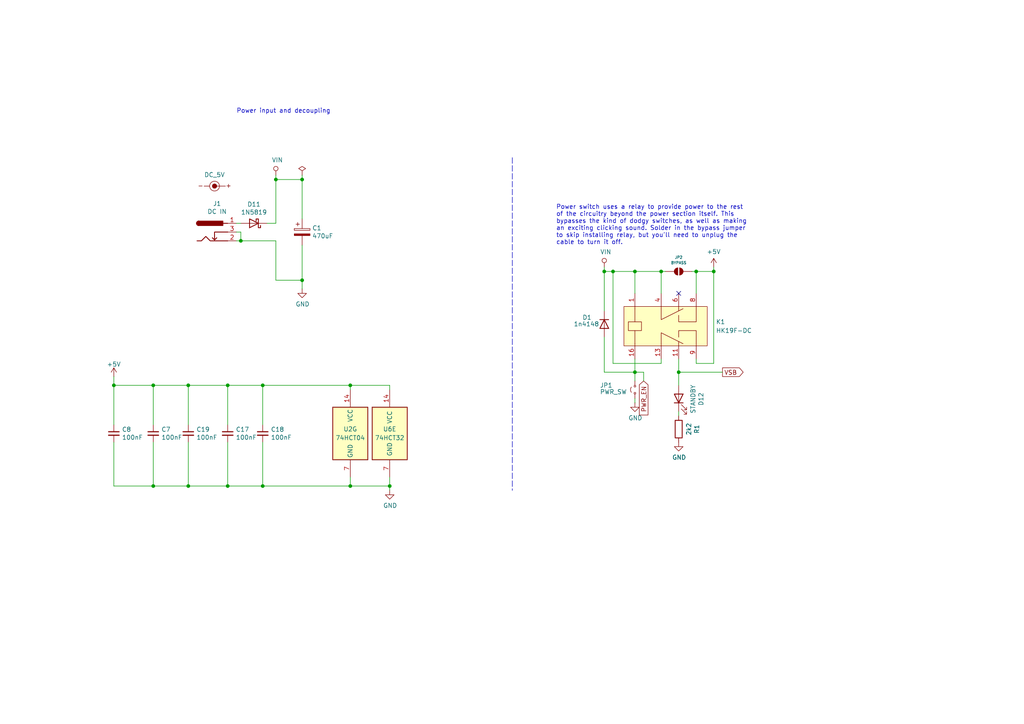
<source format=kicad_sch>
(kicad_sch (version 20231120) (generator "eeschema") (generator_version "8.0")
  (paper "A4")
  (title_block (title "BulkyModem-32 Module (Power)") (comment 4 "Gloriously overcomplicated, in all the wrong places. Because I like relays."))
  (lib_symbols
    (symbol "74xx:74HCT04"
      (property "Reference" "U" (at 0 1.27 0))
      (property "Value" "74HCT04" (at 0 -1.27 0))
      (symbol "74HCT04_1_0"
        (polyline (pts (xy -3.81 3.81) (xy -3.81 -3.81) (xy 3.81 0) (xy -3.81 3.81)) (stroke (width 0.254)) (fill (type background)))
        (pin input line (at -7.62 0 0) (length 3.81) (name "~") (number "1"))
        (pin output inverted (at 7.62 0 180) (length 3.81) (name "~") (number "2"))
      )
      (symbol "74HCT04_2_0"
        (polyline (pts (xy -3.81 3.81) (xy -3.81 -3.81) (xy 3.81 0) (xy -3.81 3.81)) (stroke (width 0.254)) (fill (type background)))
        (pin input line (at -7.62 0 0) (length 3.81) (name "~") (number "3"))
        (pin output inverted (at 7.62 0 180) (length 3.81) (name "~") (number "4"))
      )
      (symbol "74HCT04_3_0"
        (polyline (pts (xy -3.81 3.81) (xy -3.81 -3.81) (xy 3.81 0) (xy -3.81 3.81)) (stroke (width 0.254)) (fill (type background)))
        (pin input line (at -7.62 0 0) (length 3.81) (name "~") (number "5"))
        (pin output inverted (at 7.62 0 180) (length 3.81) (name "~") (number "6"))
      )
      (symbol "74HCT04_4_0"
        (polyline (pts (xy -3.81 3.81) (xy -3.81 -3.81) (xy 3.81 0) (xy -3.81 3.81)) (stroke (width 0.254)) (fill (type background)))
        (pin output inverted (at 7.62 0 180) (length 3.81) (name "~") (number "8"))
        (pin input line (at -7.62 0 0) (length 3.81) (name "~") (number "9"))
      )
      (symbol "74HCT04_5_0"
        (polyline (pts (xy -3.81 3.81) (xy -3.81 -3.81) (xy 3.81 0) (xy -3.81 3.81)) (stroke (width 0.254)) (fill (type background)))
        (pin output inverted (at 7.62 0 180) (length 3.81) (name "~") (number "10"))
        (pin input line (at -7.62 0 0) (length 3.81) (name "~") (number "11"))
      )
      (symbol "74HCT04_6_0"
        (polyline (pts (xy -3.81 3.81) (xy -3.81 -3.81) (xy 3.81 0) (xy -3.81 3.81)) (stroke (width 0.254)) (fill (type background)))
        (pin output inverted (at 7.62 0 180) (length 3.81) (name "~") (number "12"))
        (pin input line (at -7.62 0 0) (length 3.81) (name "~") (number "13"))
      )
      (symbol "74HCT04_7_0"
        (pin power_in line (at 0 12.7 270) (length 5.08) (name "VCC") (number "14"))
        (pin power_in line (at 0 -12.7 90) (length 5.08) (name "GND") (number "7"))
      )
      (symbol "74HCT04_7_1"
        (rectangle (start -5.08 7.62) (end 5.08 -7.62) (stroke (width 0.254)) (fill (type background)))
      )
    )
    (symbol "74xx:74LS32" (pin_names (offset 1.016))
      (property "Reference" "U" (at 0 1.27 0))
      (property "Value" "74LS32" (at 0 -1.27 0))
      (symbol "74LS32_1_1"
        (arc (start -3.81 -3.81) (mid -2.589 0) (end -3.81 3.81) (stroke (width 0.254)))
        (arc (start -0.6096 -3.81) (mid 2.1842 -2.5851) (end 3.81 0) (stroke (width 0.254)) (fill (type background)))
        (polyline (pts (xy -3.81 -3.81) (xy -0.635 -3.81)) (stroke (width 0.254)) (fill (type background)))
        (polyline (pts (xy -3.81 3.81) (xy -0.635 3.81)) (stroke (width 0.254)) (fill (type background)))
        (polyline (pts (xy -0.635 3.81) (xy -3.81 3.81) (xy -3.81 3.81) (xy -3.556 3.4036) (xy -3.0226 2.2606) (xy -2.6924 1.0414) (xy -2.6162 -0.254) (xy -2.7686 -1.4986) (xy -3.175 -2.7178) (xy -3.81 -3.81) (xy -3.81 -3.81) (xy -0.635 -3.81)) (stroke (width -25.4)) (fill (type background)))
        (arc (start 3.81 0) (mid 2.1915 2.5936) (end -0.6096 3.81) (stroke (width 0.254)) (fill (type background)))
        (pin input line (at -7.62 2.54 0) (length 4.318) (name "~") (number "1"))
        (pin input line (at -7.62 -2.54 0) (length 4.318) (name "~") (number "2"))
        (pin output line (at 7.62 0 180) (length 3.81) (name "~") (number "3"))
      )
      (symbol "74LS32_1_2"
        (arc (start 0 -3.81) (mid 3.7934 0) (end 0 3.81) (stroke (width 0.254)) (fill (type background)))
        (polyline (pts (xy 0 3.81) (xy -3.81 3.81) (xy -3.81 -3.81) (xy 0 -3.81)) (stroke (width 0.254)) (fill (type background)))
        (pin input inverted (at -7.62 2.54 0) (length 3.81) (name "~") (number "1"))
        (pin input inverted (at -7.62 -2.54 0) (length 3.81) (name "~") (number "2"))
        (pin output inverted (at 7.62 0 180) (length 3.81) (name "~") (number "3"))
      )
      (symbol "74LS32_2_1"
        (arc (start -3.81 -3.81) (mid -2.589 0) (end -3.81 3.81) (stroke (width 0.254)))
        (arc (start -0.6096 -3.81) (mid 2.1842 -2.5851) (end 3.81 0) (stroke (width 0.254)) (fill (type background)))
        (polyline (pts (xy -3.81 -3.81) (xy -0.635 -3.81)) (stroke (width 0.254)) (fill (type background)))
        (polyline (pts (xy -3.81 3.81) (xy -0.635 3.81)) (stroke (width 0.254)) (fill (type background)))
        (polyline (pts (xy -0.635 3.81) (xy -3.81 3.81) (xy -3.81 3.81) (xy -3.556 3.4036) (xy -3.0226 2.2606) (xy -2.6924 1.0414) (xy -2.6162 -0.254) (xy -2.7686 -1.4986) (xy -3.175 -2.7178) (xy -3.81 -3.81) (xy -3.81 -3.81) (xy -0.635 -3.81)) (stroke (width -25.4)) (fill (type background)))
        (arc (start 3.81 0) (mid 2.1915 2.5936) (end -0.6096 3.81) (stroke (width 0.254)) (fill (type background)))
        (pin input line (at -7.62 2.54 0) (length 4.318) (name "~") (number "4"))
        (pin input line (at -7.62 -2.54 0) (length 4.318) (name "~") (number "5"))
        (pin output line (at 7.62 0 180) (length 3.81) (name "~") (number "6"))
      )
      (symbol "74LS32_2_2"
        (arc (start 0 -3.81) (mid 3.7934 0) (end 0 3.81) (stroke (width 0.254)) (fill (type background)))
        (polyline (pts (xy 0 3.81) (xy -3.81 3.81) (xy -3.81 -3.81) (xy 0 -3.81)) (stroke (width 0.254)) (fill (type background)))
        (pin input inverted (at -7.62 2.54 0) (length 3.81) (name "~") (number "4"))
        (pin input inverted (at -7.62 -2.54 0) (length 3.81) (name "~") (number "5"))
        (pin output inverted (at 7.62 0 180) (length 3.81) (name "~") (number "6"))
      )
      (symbol "74LS32_3_1"
        (arc (start -3.81 -3.81) (mid -2.589 0) (end -3.81 3.81) (stroke (width 0.254)))
        (arc (start -0.6096 -3.81) (mid 2.1842 -2.5851) (end 3.81 0) (stroke (width 0.254)) (fill (type background)))
        (polyline (pts (xy -3.81 -3.81) (xy -0.635 -3.81)) (stroke (width 0.254)) (fill (type background)))
        (polyline (pts (xy -3.81 3.81) (xy -0.635 3.81)) (stroke (width 0.254)) (fill (type background)))
        (polyline (pts (xy -0.635 3.81) (xy -3.81 3.81) (xy -3.81 3.81) (xy -3.556 3.4036) (xy -3.0226 2.2606) (xy -2.6924 1.0414) (xy -2.6162 -0.254) (xy -2.7686 -1.4986) (xy -3.175 -2.7178) (xy -3.81 -3.81) (xy -3.81 -3.81) (xy -0.635 -3.81)) (stroke (width -25.4)) (fill (type background)))
        (arc (start 3.81 0) (mid 2.1915 2.5936) (end -0.6096 3.81) (stroke (width 0.254)) (fill (type background)))
        (pin input line (at -7.62 -2.54 0) (length 4.318) (name "~") (number "10"))
        (pin output line (at 7.62 0 180) (length 3.81) (name "~") (number "8"))
        (pin input line (at -7.62 2.54 0) (length 4.318) (name "~") (number "9"))
      )
      (symbol "74LS32_3_2"
        (arc (start 0 -3.81) (mid 3.7934 0) (end 0 3.81) (stroke (width 0.254)) (fill (type background)))
        (polyline (pts (xy 0 3.81) (xy -3.81 3.81) (xy -3.81 -3.81) (xy 0 -3.81)) (stroke (width 0.254)) (fill (type background)))
        (pin input inverted (at -7.62 -2.54 0) (length 3.81) (name "~") (number "10"))
        (pin output inverted (at 7.62 0 180) (length 3.81) (name "~") (number "8"))
        (pin input inverted (at -7.62 2.54 0) (length 3.81) (name "~") (number "9"))
      )
      (symbol "74LS32_4_1"
        (arc (start -3.81 -3.81) (mid -2.589 0) (end -3.81 3.81) (stroke (width 0.254)))
        (arc (start -0.6096 -3.81) (mid 2.1842 -2.5851) (end 3.81 0) (stroke (width 0.254)) (fill (type background)))
        (polyline (pts (xy -3.81 -3.81) (xy -0.635 -3.81)) (stroke (width 0.254)) (fill (type background)))
        (polyline (pts (xy -3.81 3.81) (xy -0.635 3.81)) (stroke (width 0.254)) (fill (type background)))
        (polyline (pts (xy -0.635 3.81) (xy -3.81 3.81) (xy -3.81 3.81) (xy -3.556 3.4036) (xy -3.0226 2.2606) (xy -2.6924 1.0414) (xy -2.6162 -0.254) (xy -2.7686 -1.4986) (xy -3.175 -2.7178) (xy -3.81 -3.81) (xy -3.81 -3.81) (xy -0.635 -3.81)) (stroke (width -25.4)) (fill (type background)))
        (arc (start 3.81 0) (mid 2.1915 2.5936) (end -0.6096 3.81) (stroke (width 0.254)) (fill (type background)))
        (pin output line (at 7.62 0 180) (length 3.81) (name "~") (number "11"))
        (pin input line (at -7.62 2.54 0) (length 4.318) (name "~") (number "12"))
        (pin input line (at -7.62 -2.54 0) (length 4.318) (name "~") (number "13"))
      )
      (symbol "74LS32_4_2"
        (arc (start 0 -3.81) (mid 3.7934 0) (end 0 3.81) (stroke (width 0.254)) (fill (type background)))
        (polyline (pts (xy 0 3.81) (xy -3.81 3.81) (xy -3.81 -3.81) (xy 0 -3.81)) (stroke (width 0.254)) (fill (type background)))
        (pin output inverted (at 7.62 0 180) (length 3.81) (name "~") (number "11"))
        (pin input inverted (at -7.62 2.54 0) (length 3.81) (name "~") (number "12"))
        (pin input inverted (at -7.62 -2.54 0) (length 3.81) (name "~") (number "13"))
      )
      (symbol "74LS32_5_0"
        (pin power_in line (at 0 12.7 270) (length 5.08) (name "VCC") (number "14"))
        (pin power_in line (at 0 -12.7 90) (length 5.08) (name "GND") (number "7"))
      )
      (symbol "74LS32_5_1"
        (rectangle (start -5.08 7.62) (end 5.08 -7.62) (stroke (width 0.254)) (fill (type background)))
      )
    )
    (symbol "BulkyModem:DC_5V" (pin_names (offset 1.016))
      (property "Reference" "SYM" (at 0 4.445 0))
      (property "Value" "DC_5V" (at 0 2.54 0))
      (symbol "DC_5V_0_0"
        (text "+" (at 4.064 0.1524 0) (effects (font (size 1.27 1.27))))
      )
      (symbol "DC_5V_0_1"
        (circle (center 0 0) (radius 0.635) (fill (type outline)))
        (circle (center 0 0) (radius 1.4224))
        (rectangle (start 0.635 0) (end 3.175 0))
      )
      (symbol "DC_5V_1_1"
        (polyline (pts (xy -1.4224 0) (xy -3.048 0)))
        (text "-" (at -4.064 0.127 0) (effects (font (size 1.27 1.27))))
      )
    )
    (symbol "Device:C_Polarized" (pin_numbers hide) (pin_names (offset 0.254))
      (property "Reference" "C" (at 0.635 2.54 0))
      (property "Value" "C_Polarized" (at 0.635 -2.54 0))
      (symbol "C_Polarized_0_1"
        (rectangle (start -2.286 0.508) (end 2.286 1.016))
        (polyline (pts (xy -1.778 2.286) (xy -0.762 2.286)))
        (polyline (pts (xy -1.27 2.794) (xy -1.27 1.778)))
        (rectangle (start 2.286 -0.508) (end -2.286 -1.016) (fill (type outline)))
      )
      (symbol "C_Polarized_1_1"
        (pin passive line (at 0 3.81 270) (length 2.794) (name "~") (number "1"))
        (pin passive line (at 0 -3.81 90) (length 2.794) (name "~") (number "2"))
      )
    )
    (symbol "Device:C_Small" (pin_numbers hide) (pin_names (offset 0.254) hide)
      (property "Reference" "C" (at 0.254 1.778 0))
      (property "Value" "C_Small" (at 0.254 -2.032 0))
      (symbol "C_Small_0_1"
        (polyline (pts (xy -1.524 -0.508) (xy 1.524 -0.508)) (stroke (width 0.3302)))
        (polyline (pts (xy -1.524 0.508) (xy 1.524 0.508)) (stroke (width 0.3048)))
      )
      (symbol "C_Small_1_1"
        (pin passive line (at 0 2.54 270) (length 2.032) (name "~") (number "1"))
        (pin passive line (at 0 -2.54 90) (length 2.032) (name "~") (number "2"))
      )
    )
    (symbol "Device:D" (pin_numbers hide) (pin_names (offset 1.016) hide)
      (property "Reference" "D" (at 0 2.54 0))
      (property "Value" "D" (at 0 -2.54 0))
      (symbol "D_0_1"
        (polyline (pts (xy -1.27 1.27) (xy -1.27 -1.27)) (stroke (width 0.254)))
        (polyline (pts (xy 1.27 0) (xy -1.27 0)))
        (polyline (pts (xy 1.27 1.27) (xy 1.27 -1.27) (xy -1.27 0) (xy 1.27 1.27)) (stroke (width 0.254)))
      )
      (symbol "D_1_1"
        (pin passive line (at -3.81 0 0) (length 2.54) (name "K") (number "1"))
        (pin passive line (at 3.81 0 180) (length 2.54) (name "A") (number "2"))
      )
    )
    (symbol "Device:LED" (pin_numbers hide) (pin_names (offset 1.016) hide)
      (property "Reference" "D" (at 0 2.54 0))
      (property "Value" "LED" (at 0 -2.54 0))
      (symbol "LED_0_1"
        (polyline (pts (xy -1.27 -1.27) (xy -1.27 1.27)) (stroke (width 0.254)))
        (polyline (pts (xy -1.27 0) (xy 1.27 0)))
        (polyline (pts (xy 1.27 -1.27) (xy 1.27 1.27) (xy -1.27 0) (xy 1.27 -1.27)) (stroke (width 0.254)))
        (polyline (pts (xy -3.048 -0.762) (xy -4.572 -2.286) (xy -3.81 -2.286) (xy -4.572 -2.286) (xy -4.572 -1.524)))
        (polyline (pts (xy -1.778 -0.762) (xy -3.302 -2.286) (xy -2.54 -2.286) (xy -3.302 -2.286) (xy -3.302 -1.524)))
      )
      (symbol "LED_1_1"
        (pin passive line (at -3.81 0 0) (length 2.54) (name "K") (number "1"))
        (pin passive line (at 3.81 0 180) (length 2.54) (name "A") (number "2"))
      )
    )
    (symbol "Device:R" (pin_numbers hide) (pin_names (offset 0))
      (property "Reference" "R" (at 2.032 0 90))
      (property "Value" "R" (at 0 0 90))
      (symbol "R_0_1"
        (rectangle (start -1.016 -2.54) (end 1.016 2.54) (stroke (width 0.254)))
      )
      (symbol "R_1_1"
        (pin passive line (at 0 3.81 270) (length 1.27) (name "~") (number "1"))
        (pin passive line (at 0 -3.81 90) (length 1.27) (name "~") (number "2"))
      )
    )
    (symbol "Diode:1N5819" (pin_numbers hide) (pin_names (offset 1.016) hide)
      (property "Reference" "D" (at 0 2.54 0))
      (property "Value" "1N5819" (at 0 -2.54 0))
      (symbol "1N5819_0_1"
        (polyline (pts (xy 1.27 0) (xy -1.27 0)))
        (polyline (pts (xy 1.27 1.27) (xy 1.27 -1.27) (xy -1.27 0) (xy 1.27 1.27)) (stroke (width 0.254)))
        (polyline (pts (xy -1.905 0.635) (xy -1.905 1.27) (xy -1.27 1.27) (xy -1.27 -1.27) (xy -0.635 -1.27) (xy -0.635 -0.635)) (stroke (width 0.254)))
      )
      (symbol "1N5819_1_1"
        (pin passive line (at -3.81 0 0) (length 2.54) (name "K") (number "1"))
        (pin passive line (at 3.81 0 180) (length 2.54) (name "A") (number "2"))
      )
    )
    (symbol "Jumper:Jumper_2_Small_Open" (pin_numbers hide) (pin_names (offset 0) hide) (exclude_from_sim yes)
      (property "Reference" "JP" (at 0 2.794 0))
      (property "Value" "Jumper_2_Small_Open" (at 0 -2.286 0))
      (symbol "Jumper_2_Small_Open_0_0"
        (circle (center -1.016 0) (radius 0.254))
        (circle (center 1.016 0) (radius 0.254))
      )
      (symbol "Jumper_2_Small_Open_0_1"
        (arc (start 0.762 1.0196) (mid 0 1.2729) (end -0.762 1.0196))
      )
      (symbol "Jumper_2_Small_Open_1_1"
        (pin passive line (at -2.54 0 0) (length 1.27) (name "A") (number "1"))
        (pin passive line (at 2.54 0 180) (length 1.27) (name "B") (number "2"))
      )
    )
    (symbol "Jumper:SolderJumper_2_Open" (pin_numbers hide) (pin_names (offset 0) hide) (exclude_from_sim yes) (in_bom no)
      (property "Reference" "JP" (at 0 2.032 0))
      (property "Value" "SolderJumper_2_Open" (at 0 -2.54 0))
      (symbol "SolderJumper_2_Open_0_1"
        (arc (start -0.254 1.016) (mid -1.2656 0) (end -0.254 -1.016))
        (arc (start -0.254 1.016) (mid -1.2656 0) (end -0.254 -1.016) (fill (type outline)))
        (polyline (pts (xy -0.254 1.016) (xy -0.254 -1.016)))
        (polyline (pts (xy 0.254 1.016) (xy 0.254 -1.016)))
        (arc (start 0.254 -1.016) (mid 1.2656 0) (end 0.254 1.016))
        (arc (start 0.254 -1.016) (mid 1.2656 0) (end 0.254 1.016) (fill (type outline)))
      )
      (symbol "SolderJumper_2_Open_1_1"
        (pin passive line (at -3.81 0 0) (length 2.54) (name "A") (number "1"))
        (pin passive line (at 3.81 0 180) (length 2.54) (name "B") (number "2"))
      )
    )
    (symbol "barrel_jack:Jack-DC" (pin_names (offset 1.016))
      (property "Reference" "J" (at 0 5.334 0))
      (property "Value" "Jack-DC" (at 0 -4.445 0))
      (symbol "Jack-DC_0_1"
        (arc (start -3.302 3.175) (mid -3.937 2.54) (end -3.302 1.905) (stroke (width 0.254)))
        (arc (start -3.302 3.175) (mid -3.937 2.54) (end -3.302 1.905) (stroke (width 0.254)) (fill (type outline)))
        (polyline (pts (xy 1.27 -2.286) (xy 1.905 -1.651)) (stroke (width 0.254)))
        (polyline (pts (xy 5.08 2.54) (xy 3.81 2.54)) (stroke (width 0.254)))
        (polyline (pts (xy 5.08 0) (xy 1.27 0) (xy 1.27 -2.286) (xy 0.635 -1.651)) (stroke (width 0.254)))
        (polyline (pts (xy -3.81 -2.54) (xy -2.54 -2.54) (xy -1.27 -1.27) (xy 0 -2.54) (xy 2.54 -2.54) (xy 5.08 -2.54)) (stroke (width 0.254)))
        (rectangle (start 3.683 3.175) (end -3.302 1.905) (stroke (width 0.254)) (fill (type outline)))
      )
      (symbol "Jack-DC_1_1"
        (pin power_out line (at 7.62 2.54 180) (length 2.54) (name "~") (number "1"))
        (pin power_out line (at 7.62 -2.54 180) (length 2.54) (name "~") (number "2"))
        (pin passive line (at 7.62 0 180) (length 2.54) (name "~") (number "3"))
      )
    )
    (symbol "barrel_jack:VIN" (power) (pin_names (offset 0))
      (property "Value" "VIN" (at 0 3.81 0))
      (symbol "VIN_0_1"
        (polyline (pts (xy 0 0) (xy 0 1.27)))
        (circle (center 0 1.905) (radius 0.635))
      )
      (symbol "VIN_1_1"
        (pin power_in line (at 0 0 90) (length 0) hide (name "VIN") (number "1"))
      )
    )
    (symbol "hk19f-dc:HK19F-DC" (pin_names (offset 0) hide)
      (property "Reference" "K" (at 22.86 3.81 0))
      (property "Value" "HK19F-DC" (at 27.305 -3.175 0))
      (symbol "HK19F-DC_0_1"
        (polyline (pts (xy 0 -5.715) (xy 0 -5.08)))
        (polyline (pts (xy 0 -5.08) (xy 0 -1.27)))
        (polyline (pts (xy 0 1.27) (xy 0 5.08)))
        (polyline (pts (xy 0 5.08) (xy 0 5.715)))
        (polyline (pts (xy 7.62 -5.08) (xy 7.62 -5.715)))
        (polyline (pts (xy 7.62 5.08) (xy 7.62 5.715)))
        (polyline (pts (xy 12.7 -5.08) (xy 12.7 -5.715)))
        (polyline (pts (xy 12.7 -5.08) (xy 12.7 -4.445)))
        (polyline (pts (xy 12.7 5.08) (xy 12.7 4.445)))
        (polyline (pts (xy 12.7 5.08) (xy 12.7 5.715)))
        (polyline (pts (xy 17.78 -5.08) (xy 17.78 -5.715)))
        (polyline (pts (xy 17.78 5.08) (xy 17.78 5.715)))
        (polyline (pts (xy 13.97 -5.08) (xy 7.62 -1.905) (xy 7.62 -5.08)))
        (polyline (pts (xy 13.97 5.08) (xy 7.62 1.905) (xy 7.62 5.08)))
        (polyline (pts (xy 12.7 -3.175) (xy 12.7 -1.27) (xy 17.78 -1.27) (xy 17.78 -5.08)))
        (polyline (pts (xy 17.78 5.08) (xy 17.78 1.27) (xy 12.7 1.27) (xy 12.7 3.175)))
        (rectangle (start 1.905 1.27) (end -1.905 -1.27))
        (rectangle (start 20.955 5.715) (end -3.175 -5.715) (fill (type background)))
      )
      (symbol "HK19F-DC_1_1"
        (pin power_in line (at 0 9.525 270) (length 3.81) (name "~") (number "1"))
        (pin input line (at 12.7 -9.525 90) (length 3.81) (name "NC_2") (number "11"))
        (pin passive line (at 7.62 -9.525 90) (length 3.81) (name "COM_2") (number "13"))
        (pin passive line (at 0 -9.525 90) (length 3.81) (name "~") (number "16"))
        (pin power_in line (at 7.62 9.525 270) (length 3.81) (name "COM_1") (number "4"))
        (pin input line (at 12.7 9.525 270) (length 3.81) (name "NC_1") (number "6"))
        (pin power_out line (at 17.78 9.525 270) (length 3.81) (name "NO_1") (number "8"))
        (pin input line (at 17.78 -9.525 90) (length 3.81) (name "NO_2") (number "9"))
      )
    )
    (symbol "power:+5V" (power) (pin_numbers hide) (pin_names (offset 0) hide)
      (property "Value" "+5V" (at 0 3.556 0))
      (symbol "+5V_0_1"
        (polyline (pts (xy -0.762 1.27) (xy 0 2.54)))
        (polyline (pts (xy 0 0) (xy 0 2.54)))
        (polyline (pts (xy 0 2.54) (xy 0.762 1.27)))
      )
      (symbol "+5V_1_1"
        (pin power_in line (at 0 0 90) (length 0) (name "~") (number "1"))
      )
    )
    (symbol "power:GND" (power) (pin_numbers hide) (pin_names (offset 0) hide)
      (property "Value" "GND" (at 0 -3.81 0))
      (symbol "GND_0_1"
        (polyline (pts (xy 0 0) (xy 0 -1.27) (xy 1.27 -1.27) (xy 0 -2.54) (xy -1.27 -1.27) (xy 0 -1.27)))
      )
      (symbol "GND_1_1"
        (pin power_in line (at 0 0 270) (length 0) (name "~") (number "1"))
      )
    )
    (symbol "power:PWR_FLAG" (power) (pin_numbers hide) (pin_names (offset 0) hide)
      (property "Value" "PWR_FLAG" (at 0 3.81 0))
      (symbol "PWR_FLAG_0_0"
        (pin power_out line (at 0 0 90) (length 0) (name "~") (number "1"))
      )
      (symbol "PWR_FLAG_0_1"
        (polyline (pts (xy 0 0) (xy 0 1.27) (xy -1.016 1.905) (xy 0 2.54) (xy 1.016 1.905) (xy 0 1.27)))
      )
    )
  )
  (junction (at 184.15 78.74))
  (junction (at 66.04 140.97))
  (junction (at 44.45 111.76))
  (junction (at 76.2 140.97))
  (junction (at 191.77 78.74))
  (junction (at 101.6 111.76))
  (junction (at 177.8 78.74))
  (junction (at 196.85 107.95))
  (junction (at 76.2 111.76))
  (junction (at 44.45 140.97))
  (junction (at 54.61 111.76))
  (junction (at 54.61 140.97))
  (junction (at 87.63 52.07))
  (junction (at 101.6 140.97))
  (junction (at 80.01 52.07))
  (junction (at 69.85 69.85))
  (junction (at 184.15 107.95))
  (junction (at 201.93 78.74))
  (junction (at 33.02 111.76))
  (junction (at 66.04 111.76))
  (junction (at 87.63 81.28))
  (junction (at 113.03 140.97))
  (junction (at 207.01 78.74))
  (junction (at 175.26 78.74))
  (no_connect (at 196.85 85.09))
  (wire (pts (xy 201.93 105.41) (xy 201.93 104.14)))
  (wire (pts (xy 87.63 71.12) (xy 87.63 81.28)))
  (wire (pts (xy 44.45 140.97) (xy 54.61 140.97)))
  (wire (pts (xy 44.45 111.76) (xy 33.02 111.76)))
  (wire (pts (xy 113.03 111.76) (xy 113.03 113.03)))
  (wire (pts (xy 80.01 64.77) (xy 77.47 64.77)))
  (wire (pts (xy 76.2 140.97) (xy 101.6 140.97)))
  (wire (pts (xy 66.04 111.76) (xy 66.04 123.19)))
  (wire (pts (xy 87.63 81.28) (xy 87.63 83.82)))
  (wire (pts (xy 87.63 81.28) (xy 80.01 81.28)))
  (wire (pts (xy 33.02 111.76) (xy 33.02 123.19)))
  (wire (pts (xy 175.26 97.79) (xy 175.26 107.95)))
  (wire (pts (xy 191.77 78.74) (xy 193.04 78.74)))
  (wire (pts (xy 33.02 128.27) (xy 33.02 140.97)))
  (wire (pts (xy 44.45 111.76) (xy 54.61 111.76)))
  (wire (pts (xy 76.2 111.76) (xy 76.2 123.19)))
  (wire (pts (xy 80.01 69.85) (xy 80.01 81.28)))
  (wire (pts (xy 44.45 128.27) (xy 44.45 140.97)))
  (wire (pts (xy 177.8 105.41) (xy 191.77 105.41)))
  (wire (pts (xy 80.01 50.8) (xy 80.01 52.07)))
  (wire (pts (xy 33.02 109.22) (xy 33.02 111.76)))
  (wire (pts (xy 196.85 120.65) (xy 196.85 119.38)))
  (wire (pts (xy 186.69 107.95) (xy 186.69 110.49)))
  (wire (pts (xy 175.26 78.74) (xy 175.26 90.17)))
  (wire (pts (xy 69.85 69.85) (xy 69.85 67.31)))
  (wire (pts (xy 101.6 111.76) (xy 113.03 111.76)))
  (wire (pts (xy 113.03 142.24) (xy 113.03 140.97)))
  (wire (pts (xy 201.93 78.74) (xy 207.01 78.74)))
  (wire (pts (xy 54.61 111.76) (xy 66.04 111.76)))
  (wire (pts (xy 175.26 107.95) (xy 184.15 107.95)))
  (wire (pts (xy 66.04 140.97) (xy 76.2 140.97)))
  (wire (pts (xy 200.66 78.74) (xy 201.93 78.74)))
  (wire (pts (xy 68.58 64.77) (xy 69.85 64.77)))
  (wire (pts (xy 196.85 107.95) (xy 196.85 104.14)))
  (wire (pts (xy 76.2 128.27) (xy 76.2 140.97)))
  (wire (pts (xy 184.15 78.74) (xy 177.8 78.74)))
  (wire (pts (xy 184.15 78.74) (xy 191.77 78.74)))
  (wire (pts (xy 76.2 111.76) (xy 66.04 111.76)))
  (wire (pts (xy 44.45 111.76) (xy 44.45 123.19)))
  (wire (pts (xy 76.2 111.76) (xy 101.6 111.76)))
  (wire (pts (xy 54.61 140.97) (xy 66.04 140.97)))
  (wire (pts (xy 175.26 77.47) (xy 175.26 78.74)))
  (wire (pts (xy 113.03 138.43) (xy 113.03 140.97)))
  (wire (pts (xy 184.15 107.95) (xy 184.15 110.49)))
  (wire (pts (xy 54.61 111.76) (xy 54.61 123.19)))
  (wire (pts (xy 201.93 78.74) (xy 201.93 85.09)))
  (wire (pts (xy 207.01 105.41) (xy 201.93 105.41)))
  (wire (pts (xy 87.63 50.8) (xy 87.63 52.07)))
  (wire (pts (xy 101.6 111.76) (xy 101.6 113.03)))
  (wire (pts (xy 68.58 69.85) (xy 69.85 69.85)))
  (wire (pts (xy 68.58 67.31) (xy 69.85 67.31)))
  (wire (pts (xy 184.15 115.57) (xy 184.15 116.84)))
  (wire (pts (xy 191.77 104.14) (xy 191.77 105.41)))
  (wire (pts (xy 87.63 52.07) (xy 87.63 63.5)))
  (wire (pts (xy 33.02 140.97) (xy 44.45 140.97)))
  (wire (pts (xy 184.15 78.74) (xy 184.15 85.09)))
  (polyline (pts (xy 148.59 45.72) (xy 148.59 142.24)) (stroke (width 0) (type dash)))
  (wire (pts (xy 184.15 107.95) (xy 186.69 107.95)))
  (wire (pts (xy 113.03 140.97) (xy 101.6 140.97)))
  (wire (pts (xy 66.04 128.27) (xy 66.04 140.97)))
  (wire (pts (xy 207.01 77.47) (xy 207.01 78.74)))
  (wire (pts (xy 69.85 69.85) (xy 80.01 69.85)))
  (wire (pts (xy 80.01 52.07) (xy 87.63 52.07)))
  (wire (pts (xy 191.77 78.74) (xy 191.77 85.09)))
  (wire (pts (xy 80.01 52.07) (xy 80.01 64.77)))
  (wire (pts (xy 177.8 78.74) (xy 177.8 105.41)))
  (wire (pts (xy 101.6 140.97) (xy 101.6 138.43)))
  (wire (pts (xy 207.01 78.74) (xy 207.01 105.41)))
  (wire (pts (xy 196.85 111.76) (xy 196.85 107.95)))
  (wire (pts (xy 196.85 107.95) (xy 209.55 107.95)))
  (wire (pts (xy 54.61 128.27) (xy 54.61 140.97)))
  (wire (pts (xy 184.15 104.14) (xy 184.15 107.95)))
  (wire (pts (xy 177.8 78.74) (xy 175.26 78.74)))
  (text "Power switch uses a relay to provide power to the rest\nof the circuitry beyond the power section itself. This\nbypasses the kind of dodgy switches, as well as making\nan exciting clicking sound. Solder in the bypass jumper\nto skip installing relay, but you'll need to unplug the\ncable to turn it off." (at 161.29 71.12 0) (effects (font (size 1.27 1.27)) (justify left bottom)))
  (text "Power input and decoupling" (at 68.58 33.02 0) (effects (font (size 1.27 1.27)) (justify left bottom)))
  (global_label "PWR_EN" (shape input) (at 186.69 110.49 270) (property "Intersheetrefs" "${INTERSHEET_REFS}" (effects (hide yes))))
  (global_label "VSB" (shape output) (at 209.55 107.95 0) (property "Intersheetrefs" "${INTERSHEET_REFS}" (effects (hide yes))))
  (symbol (lib_id "Device:C_Small") (at 76.2 125.73 0) (unit 1)
    (property "Reference" "C18" (at 78.5368 124.5616 0) (effects (justify left)))
    (property "Value" "100nF" (at 78.5368 126.873 0) (effects (justify left)))
    (property "Footprint" "Capacitor_THT:C_Disc_D4.7mm_W2.5mm_P5.00mm" (effects (hide yes)))
    (property "Description" "Unpolarized capacitor, small symbol" (effects (hide yes)))
  )
  (symbol (lib_id "Device:C_Small") (at 66.04 125.73 0) (unit 1)
    (property "Reference" "C17" (at 68.3768 124.5616 0) (effects (justify left)))
    (property "Value" "100nF" (at 68.3768 126.873 0) (effects (justify left)))
    (property "Footprint" "Capacitor_THT:C_Disc_D4.7mm_W2.5mm_P5.00mm" (effects (hide yes)))
    (property "Description" "Unpolarized capacitor, small symbol" (effects (hide yes)))
  )
  (symbol (lib_id "Device:C_Small") (at 54.61 125.73 0) (unit 1)
    (property "Reference" "C19" (at 56.9468 124.5616 0) (effects (justify left)))
    (property "Value" "100nF" (at 56.9468 126.873 0) (effects (justify left)))
    (property "Footprint" "Capacitor_THT:C_Disc_D4.7mm_W2.5mm_P5.00mm" (effects (hide yes)))
    (property "Description" "Unpolarized capacitor, small symbol" (effects (hide yes)))
  )
  (symbol (lib_id "Device:C_Small") (at 44.45 125.73 0) (unit 1)
    (property "Reference" "C7" (at 46.7868 124.5616 0) (effects (justify left)))
    (property "Value" "100nF" (at 46.7868 126.873 0) (effects (justify left)))
    (property "Footprint" "Capacitor_THT:C_Disc_D4.7mm_W2.5mm_P5.00mm" (effects (hide yes)))
    (property "Description" "Unpolarized capacitor, small symbol" (effects (hide yes)))
  )
  (symbol (lib_id "hk19f-dc:HK19F-DC") (at 184.15 94.615 0) (unit 1)
    (property "Reference" "K1" (at 207.645 93.345 0) (effects (justify left)))
    (property "Value" "HK19F-DC" (at 207.645 95.885 0) (effects (justify left)))
    (property "Footprint" "HK19F-DC:HK19F-DC" (effects (hide yes)))
  )
  (symbol (lib_id "power:+5V") (at 207.01 77.47 0) (unit 1)
    (property "Reference" "#PWR0101" (effects (hide yes)))
    (property "Value" "+5V" (at 207.01 73.025 0))
    (property "Description" "Power symbol creates a global label with name \"+5V\"" (effects (hide yes)))
  )
  (symbol (lib_id "Device:D") (at 175.26 93.98 270) (unit 1)
    (property "Reference" "D1" (at 168.91 92.075 90) (effects (justify left)))
    (property "Value" "1n4148" (at 166.37 93.98 90) (effects (justify left)))
    (property "Footprint" "Diode_THT:D_DO-35_SOD27_P7.62mm_Horizontal" (effects (hide yes)))
    (property "Description" "Diode" (effects (hide yes)))
    (property "Sim.Device" "D" (effects (hide yes)))
    (property "Sim.Pins" "1=K 2=A" (effects (hide yes)))
  )
  (symbol (lib_id "Jumper:SolderJumper_2_Open") (at 196.85 78.74 0) (unit 1)
    (property "Reference" "JP2" (at 196.85 74.6506 0) (effects (font (size 0.7874 0.7874))))
    (property "Value" "BYPASS" (at 196.85 76.2254 0) (effects (font (size 0.7874 0.7874))))
    (property "Footprint" "solder_bridge:SolderJumper-2_P1.3mm_Open_Pad1.0x1.5mm" (effects (hide yes)))
    (property "Description" "Solder Jumper, 2-pole, open" (effects (hide yes)))
  )
  (symbol (lib_id "barrel_jack:VIN") (at 175.26 77.47 0) (unit 1)
    (property "Reference" "#PWR0103" (effects (hide yes)))
    (property "Value" "VIN" (at 175.6918 73.0758 0))
    (property "Description" "Power symbol creates a global label with name \"LINE\"" (effects (hide yes)))
  )
  (symbol (lib_id "power:GND") (at 184.15 116.84 0) (unit 1)
    (property "Reference" "#PWR0106" (effects (hide yes)))
    (property "Value" "GND" (at 184.277 121.2342 0))
    (property "Description" "Power symbol creates a global label with name \"GND\" , ground" (effects (hide yes)))
  )
  (symbol (lib_id "Jumper:Jumper_2_Small_Open") (at 184.15 113.03 90) (unit 1) (exclude_from_sim yes)
    (property "Reference" "JP1" (at 173.99 111.76 90) (effects (justify right)))
    (property "Value" "PWR_SW" (at 173.99 113.665 90) (effects (justify right)))
    (property "Footprint" "Connector_PinHeader_2.54mm:PinHeader_1x02_P2.54mm_Vertical" (effects (hide yes)))
    (property "Description" "Jumper, 2-pole, small symbol, open" (effects (hide yes)))
  )
  (symbol (lib_id "barrel_jack:Jack-DC") (at 60.96 67.31 0) (unit 1)
    (property "Reference" "J1" (at 62.9666 59.055 0))
    (property "Value" "DC IN" (at 62.9666 61.3664 0))
    (property "Footprint" "BulkyModem:BARREL_JACK" (effects (hide yes)))
    (property "Description" "DC Barrel Jack" (effects (hide yes)))
  )
  (symbol (lib_id "power:GND") (at 87.63 83.82 0) (unit 1)
    (property "Reference" "#PWR0108" (effects (hide yes)))
    (property "Value" "GND" (at 87.757 88.2142 0))
    (property "Description" "Power symbol creates a global label with name \"GND\" , ground" (effects (hide yes)))
  )
  (symbol (lib_id "Device:C_Polarized") (at 87.63 67.31 0) (unit 1)
    (property "Reference" "C1" (at 90.551 66.1416 0) (effects (justify left)))
    (property "Value" "470uF" (at 90.551 68.453 0) (effects (justify left)))
    (property "Footprint" "Capacitor_THT:CP_Radial_D8.0mm_P3.50mm" (effects (hide yes)))
    (property "Description" "Polarized capacitor" (effects (hide yes)))
  )
  (symbol (lib_id "power:+5V") (at 33.02 109.22 0) (unit 1)
    (property "Reference" "#PWR0110" (effects (hide yes)))
    (property "Value" "+5V" (at 33.02 105.664 0))
    (property "Description" "Power symbol creates a global label with name \"+5V\"" (effects (hide yes)))
  )
  (symbol (lib_id "power:GND") (at 113.03 142.24 0) (unit 1)
    (property "Reference" "#PWR0133" (effects (hide yes)))
    (property "Value" "GND" (at 113.157 146.6342 0))
    (property "Description" "Power symbol creates a global label with name \"GND\" , ground" (effects (hide yes)))
  )
  (symbol (lib_id "BulkyModem:DC_5V") (at 62.23 53.975 0) (unit 1)
    (property "Reference" "SYM1" (effects (hide yes)))
    (property "Value" "DC_5V" (at 62.23 50.6984 0))
    (property "Footprint" "BulkyModem:PWR_Specification" (effects (hide yes)))
  )
  (symbol (lib_id "barrel_jack:VIN") (at 80.01 50.8 0) (unit 1)
    (property "Reference" "#PWR0134" (effects (hide yes)))
    (property "Value" "VIN" (at 80.4418 46.4058 0))
    (property "Description" "Power symbol creates a global label with name \"LINE\"" (effects (hide yes)))
  )
  (symbol (lib_id "74xx:74HCT04") (at 101.6 125.73 0) (unit 7)
    (property "Reference" "U2" (at 101.6 124.46 0))
    (property "Value" "74HCT04" (at 101.6 127 0))
    (property "Footprint" "Package_DIP:DIP-14_W7.62mm_Socket_LongPads" (effects (hide yes)))
    (property "Datasheet" "https://assets.nexperia.com/documents/data-sheet/74HC_HCT04.pdf" (effects (hide yes)))
    (property "Description" "Hex Inverter" (effects (hide yes)))
  )
  (symbol (lib_id "Diode:1N5819") (at 73.66 64.77 180) (unit 1)
    (property "Reference" "D11" (at 73.66 59.2582 0))
    (property "Value" "1N5819" (at 73.66 61.5696 0))
    (property "Footprint" "BulkyModem:D_DO-41_SOD81_P10.16mm_Horizontal" (effects (hide yes)))
    (property "Datasheet" "http://www.vishay.com/docs/88525/1n5817.pdf" (effects (hide yes)))
    (property "Description" "40V 1A Schottky Barrier Rectifier Diode, DO-41" (effects (hide yes)))
  )
  (symbol (lib_id "power:PWR_FLAG") (at 87.63 50.8 0) (unit 1)
    (property "Reference" "#FLG0101" (effects (hide yes)))
    (property "Value" "PWR_FLAG" (effects (hide yes)))
    (property "Description" "Special symbol for telling ERC where power comes from" (effects (hide yes)))
  )
  (symbol (lib_id "74xx:74LS32") (at 113.03 125.73 0) (unit 5)
    (property "Reference" "U6" (at 113.03 124.46 0))
    (property "Value" "74HCT32" (at 113.03 127 0))
    (property "Footprint" "Package_DIP:DIP-14_W7.62mm_Socket_LongPads" (effects (hide yes)))
    (property "Datasheet" "http://www.ti.com/lit/gpn/sn74LS32" (effects (hide yes)))
    (property "Description" "Quad 2-input OR" (effects (hide yes)))
  )
  (symbol (lib_id "Device:C_Small") (at 33.02 125.73 0) (unit 1)
    (property "Reference" "C8" (at 35.3568 124.5616 0) (effects (justify left)))
    (property "Value" "100nF" (at 35.3568 126.873 0) (effects (justify left)))
    (property "Footprint" "Capacitor_THT:C_Disc_D4.7mm_W2.5mm_P5.00mm" (effects (hide yes)))
    (property "Description" "Unpolarized capacitor, small symbol" (effects (hide yes)))
  )
  (symbol (lib_id "power:GND") (at 196.85 128.27 0) (unit 1)
    (property "Reference" "#PWR05" (effects (hide yes)))
    (property "Value" "GND" (at 196.977 132.6642 0))
    (property "Description" "Power symbol creates a global label with name \"GND\" , ground" (effects (hide yes)))
  )
  (symbol (lib_id "Device:R") (at 196.85 124.46 180) (unit 1)
    (property "Reference" "R1" (at 202.1078 124.46 90))
    (property "Value" "2k2" (at 199.7964 124.46 90))
    (property "Footprint" "resistor:R_Axial_DIN0207_L6.3mm_D2.5mm_P10.16mm_Horizontal" (effects (hide yes)))
    (property "Description" "Resistor" (effects (hide yes)))
  )
  (symbol (lib_id "Device:LED") (at 196.85 115.57 90) (unit 1)
    (property "Reference" "D12" (at 203.327 115.7478 0))
    (property "Value" "STANDBY" (at 201.0156 115.7478 0))
    (property "Footprint" "LED_THT:LED_D3.0mm" (effects (hide yes)))
    (property "Description" "Light emitting diode" (effects (hide yes)))
  )
)
</source>
